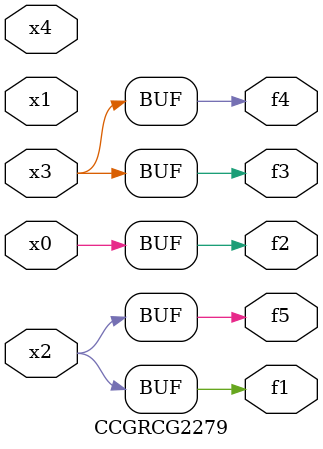
<source format=v>
module CCGRCG2279(
	input x0, x1, x2, x3, x4,
	output f1, f2, f3, f4, f5
);
	assign f1 = x2;
	assign f2 = x0;
	assign f3 = x3;
	assign f4 = x3;
	assign f5 = x2;
endmodule

</source>
